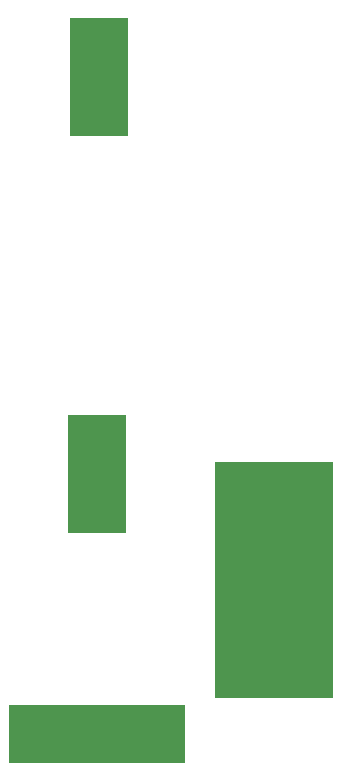
<source format=gtp>
G04 #@! TF.GenerationSoftware,KiCad,Pcbnew,(6.0.4-0)*
G04 #@! TF.CreationDate,2022-07-20T07:57:21-04:00*
G04 #@! TF.ProjectId,80m_Tx_Antenna,38306d5f-5478-45f4-916e-74656e6e612e,rev?*
G04 #@! TF.SameCoordinates,Original*
G04 #@! TF.FileFunction,Paste,Top*
G04 #@! TF.FilePolarity,Positive*
%FSLAX46Y46*%
G04 Gerber Fmt 4.6, Leading zero omitted, Abs format (unit mm)*
G04 Created by KiCad (PCBNEW (6.0.4-0)) date 2022-07-20 07:57:21*
%MOMM*%
%LPD*%
G01*
G04 APERTURE LIST*
%ADD10R,5.000000X10.000000*%
%ADD11R,10.000000X20.000000*%
%ADD12R,15.000000X5.000000*%
G04 APERTURE END LIST*
D10*
X122240000Y-82470000D03*
X122050000Y-116050000D03*
D11*
X137050000Y-125050000D03*
D12*
X122050000Y-138050000D03*
M02*

</source>
